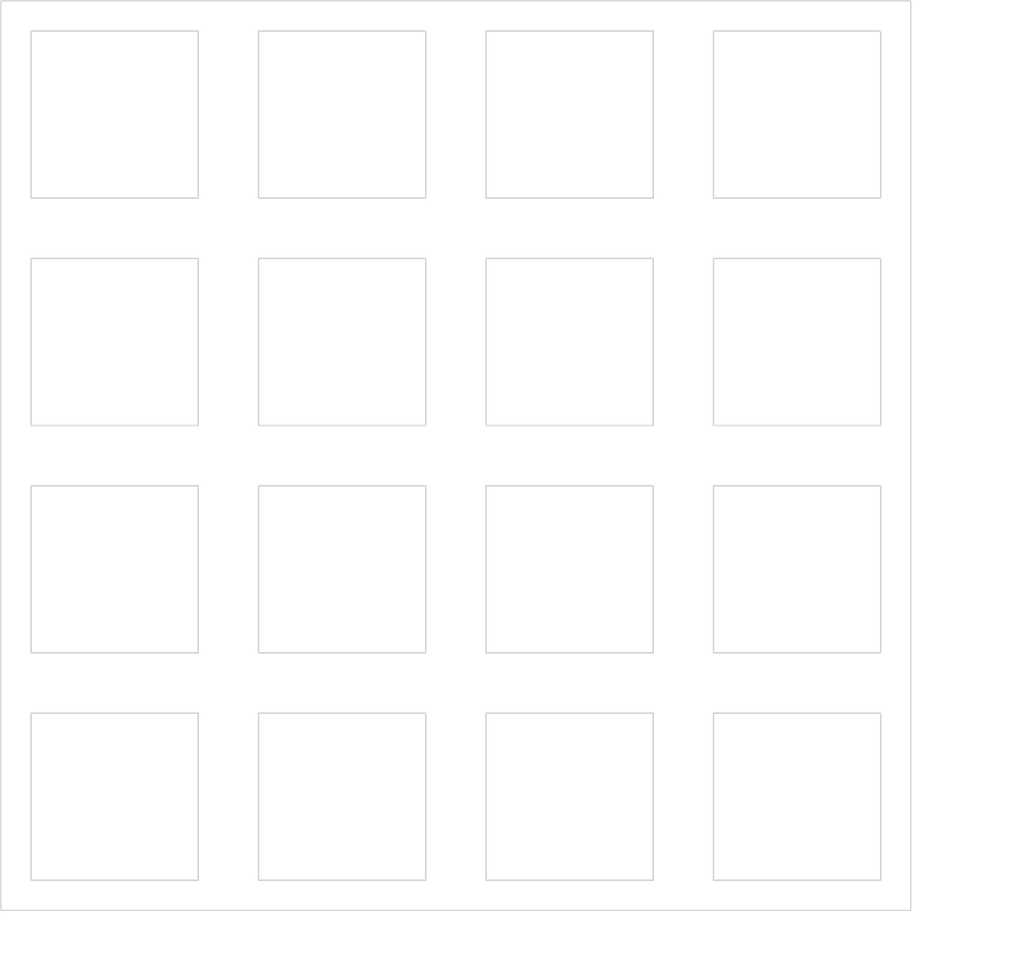
<source format=kicad_pcb>
(kicad_pcb (version 20211014) (generator pcbnew)
  (title_block (title "cp16 plate") (date "2022-04-13") (rev "v0.1"))
  (layers (0 "F.Cu" signal) (31 "B.Cu" signal) (34 "B.Paste" user) (35 "F.Paste" user) (36 "B.SilkS" user "B.Silkscreen") (37 "F.SilkS" user "F.Silkscreen") (38 "B.Mask" user) (39 "F.Mask" user) (44 "Edge.Cuts" user))
  (net 0 "")
  (footprint "foostan_kbd:SW_Hole" (layer "F.Cu") (at 114.3 76.2)
    (fp_text reference "SW13" hide)
    (fp_text value "SW_Push" hide)
    (fp_line (start 7 7) (end 7 -7) (layer "Edge.Cuts") (width 0.12))
    (fp_line (start -7 -7) (end -7 7) (layer "Edge.Cuts") (width 0.12))
    (fp_line (start 7 -7) (end -7 -7) (layer "Edge.Cuts") (width 0.12))
    (fp_line (start -7 7) (end 7 7) (layer "Edge.Cuts") (width 0.12))
  )
  (footprint "1m38_kbd:M2_ScrewHole" (layer "F.Cu") (at 104.775 123.825)
    (fp_text reference "H4" hide)
    (fp_text value "MountingHole")
    (pad "" np_thru_hole circle (at 0 0) (size 2.2 2.2) (drill 2.2) (layers F&B.Cu *.Mask))
  )
  (footprint "foostan_kbd:SW_Hole" (layer "F.Cu") (at 57.15 76.2)
    (fp_text reference "SW1" hide)
    (fp_text value "SW_Push" hide)
    (fp_line (start 7 7) (end 7 -7) (layer "Edge.Cuts") (width 0.12))
    (fp_line (start 7 -7) (end -7 -7) (layer "Edge.Cuts") (width 0.12))
    (fp_line (start -7 -7) (end -7 7) (layer "Edge.Cuts") (width 0.12))
    (fp_line (start -7 7) (end 7 7) (layer "Edge.Cuts") (width 0.12))
  )
  (footprint "foostan_kbd:SW_Hole" (layer "F.Cu") (at 95.25 76.2)
    (fp_text reference "SW9" hide)
    (fp_text value "SW_Push" hide)
    (fp_line (start -7 -7) (end -7 7) (layer "Edge.Cuts") (width 0.12))
    (fp_line (start 7 -7) (end -7 -7) (layer "Edge.Cuts") (width 0.12))
    (fp_line (start -7 7) (end 7 7) (layer "Edge.Cuts") (width 0.12))
    (fp_line (start 7 7) (end 7 -7) (layer "Edge.Cuts") (width 0.12))
  )
  (footprint "foostan_kbd:SW_Hole" (layer "F.Cu") (at 114.3 114.3)
    (fp_text reference "SW15" hide)
    (fp_text value "SW_Push" hide)
    (fp_line (start 7 7) (end 7 -7) (layer "Edge.Cuts") (width 0.12))
    (fp_line (start 7 -7) (end -7 -7) (layer "Edge.Cuts") (width 0.12))
    (fp_line (start -7 -7) (end -7 7) (layer "Edge.Cuts") (width 0.12))
    (fp_line (start -7 7) (end 7 7) (layer "Edge.Cuts") (width 0.12))
  )
  (footprint "foostan_kbd:SW_Hole" (layer "F.Cu") (at 95.25 95.25)
    (fp_text reference "SW10" hide)
    (fp_text value "SW_Push" hide)
    (fp_line (start 7 7) (end 7 -7) (layer "Edge.Cuts") (width 0.12))
    (fp_line (start 7 -7) (end -7 -7) (layer "Edge.Cuts") (width 0.12))
    (fp_line (start -7 7) (end 7 7) (layer "Edge.Cuts") (width 0.12))
    (fp_line (start -7 -7) (end -7 7) (layer "Edge.Cuts") (width 0.12))
  )
  (footprint "foostan_kbd:SW_Hole" (layer "F.Cu") (at 95.25 133.35)
    (fp_text reference "SW12" hide)
    (fp_text value "SW_Push" hide)
    (fp_line (start 7 -7) (end -7 -7) (layer "Edge.Cuts") (width 0.12))
    (fp_line (start -7 -7) (end -7 7) (layer "Edge.Cuts") (width 0.12))
    (fp_line (start 7 7) (end 7 -7) (layer "Edge.Cuts") (width 0.12))
    (fp_line (start -7 7) (end 7 7) (layer "Edge.Cuts") (width 0.12))
  )
  (footprint "foostan_kbd:SW_Hole" (layer "F.Cu") (at 76.2 133.35)
    (fp_text reference "SW8" hide)
    (fp_text value "SW_Push" hide)
    (fp_line (start -7 -7) (end -7 7) (layer "Edge.Cuts") (width 0.12))
    (fp_line (start 7 -7) (end -7 -7) (layer "Edge.Cuts") (width 0.12))
    (fp_line (start -7 7) (end 7 7) (layer "Edge.Cuts") (width 0.12))
    (fp_line (start 7 7) (end 7 -7) (layer "Edge.Cuts") (width 0.12))
  )
  (footprint "foostan_kbd:SW_Hole" (layer "F.Cu") (at 76.2 76.2)
    (fp_text reference "SW5" hide)
    (fp_text value "SW_Push" hide)
    (fp_line (start -7 -7) (end -7 7) (layer "Edge.Cuts") (width 0.12))
    (fp_line (start 7 7) (end 7 -7) (layer "Edge.Cuts") (width 0.12))
    (fp_line (start -7 7) (end 7 7) (layer "Edge.Cuts") (width 0.12))
    (fp_line (start 7 -7) (end -7 -7) (layer "Edge.Cuts") (width 0.12))
  )
  (footprint "1m38_kbd:M2_ScrewHole" (layer "F.Cu") (at 104.775 85.725)
    (fp_text reference "H3" hide)
    (fp_text value "MountingHole")
    (pad "" np_thru_hole circle (at 0 0) (size 2.2 2.2) (drill 2.2) (layers F&B.Cu *.Mask))
  )
  (footprint "1m38_kbd:M2_ScrewHole" (layer "F.Cu") (at 66.675 123.825)
    (fp_text reference "H2" hide)
    (fp_text value "MountingHole")
    (pad "" np_thru_hole circle (at 0 0) (size 2.2 2.2) (drill 2.2) (layers F&B.Cu *.Mask))
  )
  (footprint "1m38_kbd:M2_ScrewHole" (layer "F.Cu") (at 66.675 85.725)
    (fp_text reference "H1" hide)
    (fp_text value "MountingHole")
    (pad "" np_thru_hole circle (at 0 0) (size 2.2 2.2) (drill 2.2) (layers F&B.Cu *.Mask))
  )
  (footprint "foostan_kbd:SW_Hole" (layer "F.Cu") (at 95.25 114.3)
    (fp_text reference "SW11" hide)
    (fp_text value "SW_Push" hide)
    (fp_line (start -7 7) (end 7 7) (layer "Edge.Cuts") (width 0.12))
    (fp_line (start 7 -7) (end -7 -7) (layer "Edge.Cuts") (width 0.12))
    (fp_line (start -7 -7) (end -7 7) (layer "Edge.Cuts") (width 0.12))
    (fp_line (start 7 7) (end 7 -7) (layer "Edge.Cuts") (width 0.12))
  )
  (footprint "foostan_kbd:SW_Hole" (layer "F.Cu") (at 57.15 114.3)
    (fp_text reference "SW3" hide)
    (fp_text value "SW_Push" hide)
    (fp_line (start 7 7) (end 7 -7) (layer "Edge.Cuts") (width 0.12))
    (fp_line (start -7 7) (end 7 7) (layer "Edge.Cuts") (width 0.12))
    (fp_line (start 7 -7) (end -7 -7) (layer "Edge.Cuts") (width 0.12))
    (fp_line (start -7 -7) (end -7 7) (layer "Edge.Cuts") (width 0.12))
  )
  (footprint "foostan_kbd:SW_Hole" (layer "F.Cu") (at 57.15 95.25)
    (fp_text reference "SW2" hide)
    (fp_text value "SW_Push" hide)
    (fp_line (start -7 -7) (end -7 7) (layer "Edge.Cuts") (width 0.12))
    (fp_line (start 7 -7) (end -7 -7) (layer "Edge.Cuts") (width 0.12))
    (fp_line (start -7 7) (end 7 7) (layer "Edge.Cuts") (width 0.12))
    (fp_line (start 7 7) (end 7 -7) (layer "Edge.Cuts") (width 0.12))
  )
  (footprint "foostan_kbd:SW_Hole" (layer "F.Cu") (at 57.15 133.35)
    (fp_text reference "SW4" hide)
    (fp_text value "SW_Push" hide)
    (fp_line (start 7 -7) (end -7 -7) (layer "Edge.Cuts") (width 0.12))
    (fp_line (start 7 7) (end 7 -7) (layer "Edge.Cuts") (width 0.12))
    (fp_line (start -7 7) (end 7 7) (layer "Edge.Cuts") (width 0.12))
    (fp_line (start -7 -7) (end -7 7) (layer "Edge.Cuts") (width 0.12))
  )
  (footprint "foostan_kbd:SW_Hole" (layer "F.Cu") (at 76.2 95.25)
    (fp_text reference "SW6" hide)
    (fp_text value "SW_Push" hide)
    (fp_line (start -7 7) (end 7 7) (layer "Edge.Cuts") (width 0.12))
    (fp_line (start 7 -7) (end -7 -7) (layer "Edge.Cuts") (width 0.12))
    (fp_line (start 7 7) (end 7 -7) (layer "Edge.Cuts") (width 0.12))
    (fp_line (start -7 -7) (end -7 7) (layer "Edge.Cuts") (width 0.12))
  )
  (footprint "foostan_kbd:SW_Hole" (layer "F.Cu") (at 76.2 114.3)
    (fp_text reference "SW7" hide)
    (fp_text value "SW_Push" hide)
    (fp_line (start 7 7) (end 7 -7) (layer "Edge.Cuts") (width 0.12))
    (fp_line (start 7 -7) (end -7 -7) (layer "Edge.Cuts") (width 0.12))
    (fp_line (start -7 7) (end 7 7) (layer "Edge.Cuts") (width 0.12))
    (fp_line (start -7 -7) (end -7 7) (layer "Edge.Cuts") (width 0.12))
  )
  (footprint "foostan_kbd:SW_Hole" (layer "F.Cu") (at 114.3 133.35)
    (fp_text reference "SW16" hide)
    (fp_text value "SW_Push" hide)
    (fp_line (start 7 7) (end 7 -7) (layer "Edge.Cuts") (width 0.12))
    (fp_line (start 7 -7) (end -7 -7) (layer "Edge.Cuts") (width 0.12))
    (fp_line (start -7 7) (end 7 7) (layer "Edge.Cuts") (width 0.12))
    (fp_line (start -7 -7) (end -7 7) (layer "Edge.Cuts") (width 0.12))
  )
  (footprint "foostan_kbd:SW_Hole" (layer "F.Cu") (at 114.3 95.25)
    (fp_text reference "SW14" hide)
    (fp_text value "SW_Push" hide)
    (fp_line (start -7 -7) (end -7 7) (layer "Edge.Cuts") (width 0.12))
    (fp_line (start 7 7) (end 7 -7) (layer "Edge.Cuts") (width 0.12))
    (fp_line (start -7 7) (end 7 7) (layer "Edge.Cuts") (width 0.12))
    (fp_line (start 7 -7) (end -7 -7) (layer "Edge.Cuts") (width 0.12))
  )
  (gr_rect (start 47.625 142.875) (end 123.825 66.675) (layer "Edge.Cuts") (width 0.1) (fill none))
)
</source>
